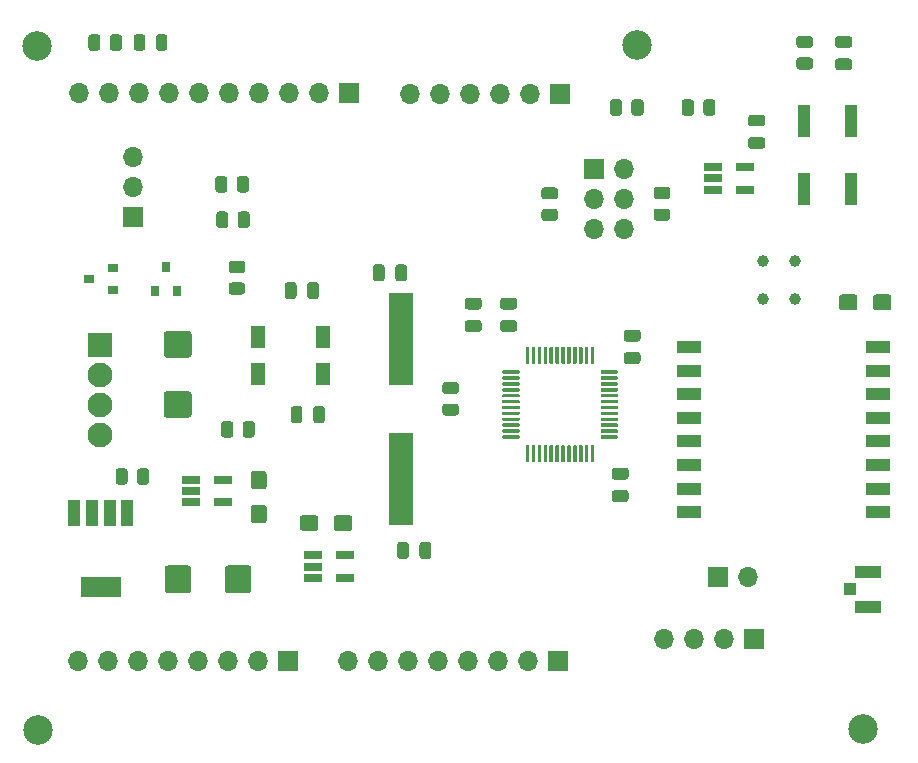
<source format=gbr>
%TF.GenerationSoftware,KiCad,Pcbnew,5.1.12-84ad8e8a86~92~ubuntu20.04.1*%
%TF.CreationDate,2022-08-01T12:29:38-07:00*%
%TF.ProjectId,LoRaXcvr_R2,4c6f5261-5863-4767-925f-52322e6b6963,rev?*%
%TF.SameCoordinates,Original*%
%TF.FileFunction,Soldermask,Top*%
%TF.FilePolarity,Negative*%
%FSLAX46Y46*%
G04 Gerber Fmt 4.6, Leading zero omitted, Abs format (unit mm)*
G04 Created by KiCad (PCBNEW 5.1.12-84ad8e8a86~92~ubuntu20.04.1) date 2022-08-01 12:29:38*
%MOMM*%
%LPD*%
G01*
G04 APERTURE LIST*
%ADD10R,1.700000X1.700000*%
%ADD11O,1.700000X1.700000*%
%ADD12R,1.000000X1.000000*%
%ADD13R,2.200000X1.000000*%
%ADD14R,2.100000X2.100000*%
%ADD15C,2.100000*%
%ADD16R,2.000000X7.875000*%
%ADD17R,1.000000X2.200000*%
%ADD18R,3.400000X1.800000*%
%ADD19R,1.000000X2.800000*%
%ADD20R,2.000000X1.000000*%
%ADD21C,2.500000*%
%ADD22R,1.560000X0.650000*%
%ADD23R,1.300000X1.900000*%
%ADD24R,0.900000X0.800000*%
%ADD25R,0.800000X0.900000*%
%ADD26C,1.000000*%
G04 APERTURE END LIST*
%TO.C,U4*%
G36*
G01*
X143563000Y-68572000D02*
X143563000Y-68422000D01*
G75*
G02*
X143638000Y-68347000I75000J0D01*
G01*
X144963000Y-68347000D01*
G75*
G02*
X145038000Y-68422000I0J-75000D01*
G01*
X145038000Y-68572000D01*
G75*
G02*
X144963000Y-68647000I-75000J0D01*
G01*
X143638000Y-68647000D01*
G75*
G02*
X143563000Y-68572000I0J75000D01*
G01*
G37*
G36*
G01*
X143563000Y-69072000D02*
X143563000Y-68922000D01*
G75*
G02*
X143638000Y-68847000I75000J0D01*
G01*
X144963000Y-68847000D01*
G75*
G02*
X145038000Y-68922000I0J-75000D01*
G01*
X145038000Y-69072000D01*
G75*
G02*
X144963000Y-69147000I-75000J0D01*
G01*
X143638000Y-69147000D01*
G75*
G02*
X143563000Y-69072000I0J75000D01*
G01*
G37*
G36*
G01*
X143563000Y-69572000D02*
X143563000Y-69422000D01*
G75*
G02*
X143638000Y-69347000I75000J0D01*
G01*
X144963000Y-69347000D01*
G75*
G02*
X145038000Y-69422000I0J-75000D01*
G01*
X145038000Y-69572000D01*
G75*
G02*
X144963000Y-69647000I-75000J0D01*
G01*
X143638000Y-69647000D01*
G75*
G02*
X143563000Y-69572000I0J75000D01*
G01*
G37*
G36*
G01*
X143563000Y-70072000D02*
X143563000Y-69922000D01*
G75*
G02*
X143638000Y-69847000I75000J0D01*
G01*
X144963000Y-69847000D01*
G75*
G02*
X145038000Y-69922000I0J-75000D01*
G01*
X145038000Y-70072000D01*
G75*
G02*
X144963000Y-70147000I-75000J0D01*
G01*
X143638000Y-70147000D01*
G75*
G02*
X143563000Y-70072000I0J75000D01*
G01*
G37*
G36*
G01*
X143563000Y-70572000D02*
X143563000Y-70422000D01*
G75*
G02*
X143638000Y-70347000I75000J0D01*
G01*
X144963000Y-70347000D01*
G75*
G02*
X145038000Y-70422000I0J-75000D01*
G01*
X145038000Y-70572000D01*
G75*
G02*
X144963000Y-70647000I-75000J0D01*
G01*
X143638000Y-70647000D01*
G75*
G02*
X143563000Y-70572000I0J75000D01*
G01*
G37*
G36*
G01*
X143563000Y-71072000D02*
X143563000Y-70922000D01*
G75*
G02*
X143638000Y-70847000I75000J0D01*
G01*
X144963000Y-70847000D01*
G75*
G02*
X145038000Y-70922000I0J-75000D01*
G01*
X145038000Y-71072000D01*
G75*
G02*
X144963000Y-71147000I-75000J0D01*
G01*
X143638000Y-71147000D01*
G75*
G02*
X143563000Y-71072000I0J75000D01*
G01*
G37*
G36*
G01*
X143563000Y-71572000D02*
X143563000Y-71422000D01*
G75*
G02*
X143638000Y-71347000I75000J0D01*
G01*
X144963000Y-71347000D01*
G75*
G02*
X145038000Y-71422000I0J-75000D01*
G01*
X145038000Y-71572000D01*
G75*
G02*
X144963000Y-71647000I-75000J0D01*
G01*
X143638000Y-71647000D01*
G75*
G02*
X143563000Y-71572000I0J75000D01*
G01*
G37*
G36*
G01*
X143563000Y-72072000D02*
X143563000Y-71922000D01*
G75*
G02*
X143638000Y-71847000I75000J0D01*
G01*
X144963000Y-71847000D01*
G75*
G02*
X145038000Y-71922000I0J-75000D01*
G01*
X145038000Y-72072000D01*
G75*
G02*
X144963000Y-72147000I-75000J0D01*
G01*
X143638000Y-72147000D01*
G75*
G02*
X143563000Y-72072000I0J75000D01*
G01*
G37*
G36*
G01*
X143563000Y-72572000D02*
X143563000Y-72422000D01*
G75*
G02*
X143638000Y-72347000I75000J0D01*
G01*
X144963000Y-72347000D01*
G75*
G02*
X145038000Y-72422000I0J-75000D01*
G01*
X145038000Y-72572000D01*
G75*
G02*
X144963000Y-72647000I-75000J0D01*
G01*
X143638000Y-72647000D01*
G75*
G02*
X143563000Y-72572000I0J75000D01*
G01*
G37*
G36*
G01*
X143563000Y-73072000D02*
X143563000Y-72922000D01*
G75*
G02*
X143638000Y-72847000I75000J0D01*
G01*
X144963000Y-72847000D01*
G75*
G02*
X145038000Y-72922000I0J-75000D01*
G01*
X145038000Y-73072000D01*
G75*
G02*
X144963000Y-73147000I-75000J0D01*
G01*
X143638000Y-73147000D01*
G75*
G02*
X143563000Y-73072000I0J75000D01*
G01*
G37*
G36*
G01*
X143563000Y-73572000D02*
X143563000Y-73422000D01*
G75*
G02*
X143638000Y-73347000I75000J0D01*
G01*
X144963000Y-73347000D01*
G75*
G02*
X145038000Y-73422000I0J-75000D01*
G01*
X145038000Y-73572000D01*
G75*
G02*
X144963000Y-73647000I-75000J0D01*
G01*
X143638000Y-73647000D01*
G75*
G02*
X143563000Y-73572000I0J75000D01*
G01*
G37*
G36*
G01*
X143563000Y-74072000D02*
X143563000Y-73922000D01*
G75*
G02*
X143638000Y-73847000I75000J0D01*
G01*
X144963000Y-73847000D01*
G75*
G02*
X145038000Y-73922000I0J-75000D01*
G01*
X145038000Y-74072000D01*
G75*
G02*
X144963000Y-74147000I-75000J0D01*
G01*
X143638000Y-74147000D01*
G75*
G02*
X143563000Y-74072000I0J75000D01*
G01*
G37*
G36*
G01*
X145563000Y-76072000D02*
X145563000Y-74747000D01*
G75*
G02*
X145638000Y-74672000I75000J0D01*
G01*
X145788000Y-74672000D01*
G75*
G02*
X145863000Y-74747000I0J-75000D01*
G01*
X145863000Y-76072000D01*
G75*
G02*
X145788000Y-76147000I-75000J0D01*
G01*
X145638000Y-76147000D01*
G75*
G02*
X145563000Y-76072000I0J75000D01*
G01*
G37*
G36*
G01*
X146063000Y-76072000D02*
X146063000Y-74747000D01*
G75*
G02*
X146138000Y-74672000I75000J0D01*
G01*
X146288000Y-74672000D01*
G75*
G02*
X146363000Y-74747000I0J-75000D01*
G01*
X146363000Y-76072000D01*
G75*
G02*
X146288000Y-76147000I-75000J0D01*
G01*
X146138000Y-76147000D01*
G75*
G02*
X146063000Y-76072000I0J75000D01*
G01*
G37*
G36*
G01*
X146563000Y-76072000D02*
X146563000Y-74747000D01*
G75*
G02*
X146638000Y-74672000I75000J0D01*
G01*
X146788000Y-74672000D01*
G75*
G02*
X146863000Y-74747000I0J-75000D01*
G01*
X146863000Y-76072000D01*
G75*
G02*
X146788000Y-76147000I-75000J0D01*
G01*
X146638000Y-76147000D01*
G75*
G02*
X146563000Y-76072000I0J75000D01*
G01*
G37*
G36*
G01*
X147063000Y-76072000D02*
X147063000Y-74747000D01*
G75*
G02*
X147138000Y-74672000I75000J0D01*
G01*
X147288000Y-74672000D01*
G75*
G02*
X147363000Y-74747000I0J-75000D01*
G01*
X147363000Y-76072000D01*
G75*
G02*
X147288000Y-76147000I-75000J0D01*
G01*
X147138000Y-76147000D01*
G75*
G02*
X147063000Y-76072000I0J75000D01*
G01*
G37*
G36*
G01*
X147563000Y-76072000D02*
X147563000Y-74747000D01*
G75*
G02*
X147638000Y-74672000I75000J0D01*
G01*
X147788000Y-74672000D01*
G75*
G02*
X147863000Y-74747000I0J-75000D01*
G01*
X147863000Y-76072000D01*
G75*
G02*
X147788000Y-76147000I-75000J0D01*
G01*
X147638000Y-76147000D01*
G75*
G02*
X147563000Y-76072000I0J75000D01*
G01*
G37*
G36*
G01*
X148063000Y-76072000D02*
X148063000Y-74747000D01*
G75*
G02*
X148138000Y-74672000I75000J0D01*
G01*
X148288000Y-74672000D01*
G75*
G02*
X148363000Y-74747000I0J-75000D01*
G01*
X148363000Y-76072000D01*
G75*
G02*
X148288000Y-76147000I-75000J0D01*
G01*
X148138000Y-76147000D01*
G75*
G02*
X148063000Y-76072000I0J75000D01*
G01*
G37*
G36*
G01*
X148563000Y-76072000D02*
X148563000Y-74747000D01*
G75*
G02*
X148638000Y-74672000I75000J0D01*
G01*
X148788000Y-74672000D01*
G75*
G02*
X148863000Y-74747000I0J-75000D01*
G01*
X148863000Y-76072000D01*
G75*
G02*
X148788000Y-76147000I-75000J0D01*
G01*
X148638000Y-76147000D01*
G75*
G02*
X148563000Y-76072000I0J75000D01*
G01*
G37*
G36*
G01*
X149063000Y-76072000D02*
X149063000Y-74747000D01*
G75*
G02*
X149138000Y-74672000I75000J0D01*
G01*
X149288000Y-74672000D01*
G75*
G02*
X149363000Y-74747000I0J-75000D01*
G01*
X149363000Y-76072000D01*
G75*
G02*
X149288000Y-76147000I-75000J0D01*
G01*
X149138000Y-76147000D01*
G75*
G02*
X149063000Y-76072000I0J75000D01*
G01*
G37*
G36*
G01*
X149563000Y-76072000D02*
X149563000Y-74747000D01*
G75*
G02*
X149638000Y-74672000I75000J0D01*
G01*
X149788000Y-74672000D01*
G75*
G02*
X149863000Y-74747000I0J-75000D01*
G01*
X149863000Y-76072000D01*
G75*
G02*
X149788000Y-76147000I-75000J0D01*
G01*
X149638000Y-76147000D01*
G75*
G02*
X149563000Y-76072000I0J75000D01*
G01*
G37*
G36*
G01*
X150063000Y-76072000D02*
X150063000Y-74747000D01*
G75*
G02*
X150138000Y-74672000I75000J0D01*
G01*
X150288000Y-74672000D01*
G75*
G02*
X150363000Y-74747000I0J-75000D01*
G01*
X150363000Y-76072000D01*
G75*
G02*
X150288000Y-76147000I-75000J0D01*
G01*
X150138000Y-76147000D01*
G75*
G02*
X150063000Y-76072000I0J75000D01*
G01*
G37*
G36*
G01*
X150563000Y-76072000D02*
X150563000Y-74747000D01*
G75*
G02*
X150638000Y-74672000I75000J0D01*
G01*
X150788000Y-74672000D01*
G75*
G02*
X150863000Y-74747000I0J-75000D01*
G01*
X150863000Y-76072000D01*
G75*
G02*
X150788000Y-76147000I-75000J0D01*
G01*
X150638000Y-76147000D01*
G75*
G02*
X150563000Y-76072000I0J75000D01*
G01*
G37*
G36*
G01*
X151063000Y-76072000D02*
X151063000Y-74747000D01*
G75*
G02*
X151138000Y-74672000I75000J0D01*
G01*
X151288000Y-74672000D01*
G75*
G02*
X151363000Y-74747000I0J-75000D01*
G01*
X151363000Y-76072000D01*
G75*
G02*
X151288000Y-76147000I-75000J0D01*
G01*
X151138000Y-76147000D01*
G75*
G02*
X151063000Y-76072000I0J75000D01*
G01*
G37*
G36*
G01*
X151888000Y-74072000D02*
X151888000Y-73922000D01*
G75*
G02*
X151963000Y-73847000I75000J0D01*
G01*
X153288000Y-73847000D01*
G75*
G02*
X153363000Y-73922000I0J-75000D01*
G01*
X153363000Y-74072000D01*
G75*
G02*
X153288000Y-74147000I-75000J0D01*
G01*
X151963000Y-74147000D01*
G75*
G02*
X151888000Y-74072000I0J75000D01*
G01*
G37*
G36*
G01*
X151888000Y-73572000D02*
X151888000Y-73422000D01*
G75*
G02*
X151963000Y-73347000I75000J0D01*
G01*
X153288000Y-73347000D01*
G75*
G02*
X153363000Y-73422000I0J-75000D01*
G01*
X153363000Y-73572000D01*
G75*
G02*
X153288000Y-73647000I-75000J0D01*
G01*
X151963000Y-73647000D01*
G75*
G02*
X151888000Y-73572000I0J75000D01*
G01*
G37*
G36*
G01*
X151888000Y-73072000D02*
X151888000Y-72922000D01*
G75*
G02*
X151963000Y-72847000I75000J0D01*
G01*
X153288000Y-72847000D01*
G75*
G02*
X153363000Y-72922000I0J-75000D01*
G01*
X153363000Y-73072000D01*
G75*
G02*
X153288000Y-73147000I-75000J0D01*
G01*
X151963000Y-73147000D01*
G75*
G02*
X151888000Y-73072000I0J75000D01*
G01*
G37*
G36*
G01*
X151888000Y-72572000D02*
X151888000Y-72422000D01*
G75*
G02*
X151963000Y-72347000I75000J0D01*
G01*
X153288000Y-72347000D01*
G75*
G02*
X153363000Y-72422000I0J-75000D01*
G01*
X153363000Y-72572000D01*
G75*
G02*
X153288000Y-72647000I-75000J0D01*
G01*
X151963000Y-72647000D01*
G75*
G02*
X151888000Y-72572000I0J75000D01*
G01*
G37*
G36*
G01*
X151888000Y-72072000D02*
X151888000Y-71922000D01*
G75*
G02*
X151963000Y-71847000I75000J0D01*
G01*
X153288000Y-71847000D01*
G75*
G02*
X153363000Y-71922000I0J-75000D01*
G01*
X153363000Y-72072000D01*
G75*
G02*
X153288000Y-72147000I-75000J0D01*
G01*
X151963000Y-72147000D01*
G75*
G02*
X151888000Y-72072000I0J75000D01*
G01*
G37*
G36*
G01*
X151888000Y-71572000D02*
X151888000Y-71422000D01*
G75*
G02*
X151963000Y-71347000I75000J0D01*
G01*
X153288000Y-71347000D01*
G75*
G02*
X153363000Y-71422000I0J-75000D01*
G01*
X153363000Y-71572000D01*
G75*
G02*
X153288000Y-71647000I-75000J0D01*
G01*
X151963000Y-71647000D01*
G75*
G02*
X151888000Y-71572000I0J75000D01*
G01*
G37*
G36*
G01*
X151888000Y-71072000D02*
X151888000Y-70922000D01*
G75*
G02*
X151963000Y-70847000I75000J0D01*
G01*
X153288000Y-70847000D01*
G75*
G02*
X153363000Y-70922000I0J-75000D01*
G01*
X153363000Y-71072000D01*
G75*
G02*
X153288000Y-71147000I-75000J0D01*
G01*
X151963000Y-71147000D01*
G75*
G02*
X151888000Y-71072000I0J75000D01*
G01*
G37*
G36*
G01*
X151888000Y-70572000D02*
X151888000Y-70422000D01*
G75*
G02*
X151963000Y-70347000I75000J0D01*
G01*
X153288000Y-70347000D01*
G75*
G02*
X153363000Y-70422000I0J-75000D01*
G01*
X153363000Y-70572000D01*
G75*
G02*
X153288000Y-70647000I-75000J0D01*
G01*
X151963000Y-70647000D01*
G75*
G02*
X151888000Y-70572000I0J75000D01*
G01*
G37*
G36*
G01*
X151888000Y-70072000D02*
X151888000Y-69922000D01*
G75*
G02*
X151963000Y-69847000I75000J0D01*
G01*
X153288000Y-69847000D01*
G75*
G02*
X153363000Y-69922000I0J-75000D01*
G01*
X153363000Y-70072000D01*
G75*
G02*
X153288000Y-70147000I-75000J0D01*
G01*
X151963000Y-70147000D01*
G75*
G02*
X151888000Y-70072000I0J75000D01*
G01*
G37*
G36*
G01*
X151888000Y-69572000D02*
X151888000Y-69422000D01*
G75*
G02*
X151963000Y-69347000I75000J0D01*
G01*
X153288000Y-69347000D01*
G75*
G02*
X153363000Y-69422000I0J-75000D01*
G01*
X153363000Y-69572000D01*
G75*
G02*
X153288000Y-69647000I-75000J0D01*
G01*
X151963000Y-69647000D01*
G75*
G02*
X151888000Y-69572000I0J75000D01*
G01*
G37*
G36*
G01*
X151888000Y-69072000D02*
X151888000Y-68922000D01*
G75*
G02*
X151963000Y-68847000I75000J0D01*
G01*
X153288000Y-68847000D01*
G75*
G02*
X153363000Y-68922000I0J-75000D01*
G01*
X153363000Y-69072000D01*
G75*
G02*
X153288000Y-69147000I-75000J0D01*
G01*
X151963000Y-69147000D01*
G75*
G02*
X151888000Y-69072000I0J75000D01*
G01*
G37*
G36*
G01*
X151888000Y-68572000D02*
X151888000Y-68422000D01*
G75*
G02*
X151963000Y-68347000I75000J0D01*
G01*
X153288000Y-68347000D01*
G75*
G02*
X153363000Y-68422000I0J-75000D01*
G01*
X153363000Y-68572000D01*
G75*
G02*
X153288000Y-68647000I-75000J0D01*
G01*
X151963000Y-68647000D01*
G75*
G02*
X151888000Y-68572000I0J75000D01*
G01*
G37*
G36*
G01*
X151063000Y-67747000D02*
X151063000Y-66422000D01*
G75*
G02*
X151138000Y-66347000I75000J0D01*
G01*
X151288000Y-66347000D01*
G75*
G02*
X151363000Y-66422000I0J-75000D01*
G01*
X151363000Y-67747000D01*
G75*
G02*
X151288000Y-67822000I-75000J0D01*
G01*
X151138000Y-67822000D01*
G75*
G02*
X151063000Y-67747000I0J75000D01*
G01*
G37*
G36*
G01*
X150563000Y-67747000D02*
X150563000Y-66422000D01*
G75*
G02*
X150638000Y-66347000I75000J0D01*
G01*
X150788000Y-66347000D01*
G75*
G02*
X150863000Y-66422000I0J-75000D01*
G01*
X150863000Y-67747000D01*
G75*
G02*
X150788000Y-67822000I-75000J0D01*
G01*
X150638000Y-67822000D01*
G75*
G02*
X150563000Y-67747000I0J75000D01*
G01*
G37*
G36*
G01*
X150063000Y-67747000D02*
X150063000Y-66422000D01*
G75*
G02*
X150138000Y-66347000I75000J0D01*
G01*
X150288000Y-66347000D01*
G75*
G02*
X150363000Y-66422000I0J-75000D01*
G01*
X150363000Y-67747000D01*
G75*
G02*
X150288000Y-67822000I-75000J0D01*
G01*
X150138000Y-67822000D01*
G75*
G02*
X150063000Y-67747000I0J75000D01*
G01*
G37*
G36*
G01*
X149563000Y-67747000D02*
X149563000Y-66422000D01*
G75*
G02*
X149638000Y-66347000I75000J0D01*
G01*
X149788000Y-66347000D01*
G75*
G02*
X149863000Y-66422000I0J-75000D01*
G01*
X149863000Y-67747000D01*
G75*
G02*
X149788000Y-67822000I-75000J0D01*
G01*
X149638000Y-67822000D01*
G75*
G02*
X149563000Y-67747000I0J75000D01*
G01*
G37*
G36*
G01*
X149063000Y-67747000D02*
X149063000Y-66422000D01*
G75*
G02*
X149138000Y-66347000I75000J0D01*
G01*
X149288000Y-66347000D01*
G75*
G02*
X149363000Y-66422000I0J-75000D01*
G01*
X149363000Y-67747000D01*
G75*
G02*
X149288000Y-67822000I-75000J0D01*
G01*
X149138000Y-67822000D01*
G75*
G02*
X149063000Y-67747000I0J75000D01*
G01*
G37*
G36*
G01*
X148563000Y-67747000D02*
X148563000Y-66422000D01*
G75*
G02*
X148638000Y-66347000I75000J0D01*
G01*
X148788000Y-66347000D01*
G75*
G02*
X148863000Y-66422000I0J-75000D01*
G01*
X148863000Y-67747000D01*
G75*
G02*
X148788000Y-67822000I-75000J0D01*
G01*
X148638000Y-67822000D01*
G75*
G02*
X148563000Y-67747000I0J75000D01*
G01*
G37*
G36*
G01*
X148063000Y-67747000D02*
X148063000Y-66422000D01*
G75*
G02*
X148138000Y-66347000I75000J0D01*
G01*
X148288000Y-66347000D01*
G75*
G02*
X148363000Y-66422000I0J-75000D01*
G01*
X148363000Y-67747000D01*
G75*
G02*
X148288000Y-67822000I-75000J0D01*
G01*
X148138000Y-67822000D01*
G75*
G02*
X148063000Y-67747000I0J75000D01*
G01*
G37*
G36*
G01*
X147563000Y-67747000D02*
X147563000Y-66422000D01*
G75*
G02*
X147638000Y-66347000I75000J0D01*
G01*
X147788000Y-66347000D01*
G75*
G02*
X147863000Y-66422000I0J-75000D01*
G01*
X147863000Y-67747000D01*
G75*
G02*
X147788000Y-67822000I-75000J0D01*
G01*
X147638000Y-67822000D01*
G75*
G02*
X147563000Y-67747000I0J75000D01*
G01*
G37*
G36*
G01*
X147063000Y-67747000D02*
X147063000Y-66422000D01*
G75*
G02*
X147138000Y-66347000I75000J0D01*
G01*
X147288000Y-66347000D01*
G75*
G02*
X147363000Y-66422000I0J-75000D01*
G01*
X147363000Y-67747000D01*
G75*
G02*
X147288000Y-67822000I-75000J0D01*
G01*
X147138000Y-67822000D01*
G75*
G02*
X147063000Y-67747000I0J75000D01*
G01*
G37*
G36*
G01*
X146563000Y-67747000D02*
X146563000Y-66422000D01*
G75*
G02*
X146638000Y-66347000I75000J0D01*
G01*
X146788000Y-66347000D01*
G75*
G02*
X146863000Y-66422000I0J-75000D01*
G01*
X146863000Y-67747000D01*
G75*
G02*
X146788000Y-67822000I-75000J0D01*
G01*
X146638000Y-67822000D01*
G75*
G02*
X146563000Y-67747000I0J75000D01*
G01*
G37*
G36*
G01*
X146063000Y-67747000D02*
X146063000Y-66422000D01*
G75*
G02*
X146138000Y-66347000I75000J0D01*
G01*
X146288000Y-66347000D01*
G75*
G02*
X146363000Y-66422000I0J-75000D01*
G01*
X146363000Y-67747000D01*
G75*
G02*
X146288000Y-67822000I-75000J0D01*
G01*
X146138000Y-67822000D01*
G75*
G02*
X146063000Y-67747000I0J75000D01*
G01*
G37*
G36*
G01*
X145563000Y-67747000D02*
X145563000Y-66422000D01*
G75*
G02*
X145638000Y-66347000I75000J0D01*
G01*
X145788000Y-66347000D01*
G75*
G02*
X145863000Y-66422000I0J-75000D01*
G01*
X145863000Y-67747000D01*
G75*
G02*
X145788000Y-67822000I-75000J0D01*
G01*
X145638000Y-67822000D01*
G75*
G02*
X145563000Y-67747000I0J75000D01*
G01*
G37*
%TD*%
D10*
%TO.C,J8*%
X148437600Y-44958000D03*
D11*
X145897600Y-44958000D03*
X143357600Y-44958000D03*
X140817600Y-44958000D03*
X138277600Y-44958000D03*
X135737600Y-44958000D03*
%TD*%
D10*
%TO.C,J10*%
X125432820Y-92933520D03*
D11*
X122892820Y-92933520D03*
X120352820Y-92933520D03*
X117812820Y-92933520D03*
X115272820Y-92933520D03*
X112732820Y-92933520D03*
X110192820Y-92933520D03*
X107652820Y-92933520D03*
%TD*%
D12*
%TO.C,AE1*%
X172998000Y-86892000D03*
D13*
X174498000Y-85392000D03*
X174498000Y-88392000D03*
%TD*%
%TO.C,C1*%
G36*
G01*
X115152999Y-65022000D02*
X117003001Y-65022000D01*
G75*
G02*
X117253000Y-65271999I0J-249999D01*
G01*
X117253000Y-67022001D01*
G75*
G02*
X117003001Y-67272000I-249999J0D01*
G01*
X115152999Y-67272000D01*
G75*
G02*
X114903000Y-67022001I0J249999D01*
G01*
X114903000Y-65271999D01*
G75*
G02*
X115152999Y-65022000I249999J0D01*
G01*
G37*
G36*
G01*
X115152999Y-70122000D02*
X117003001Y-70122000D01*
G75*
G02*
X117253000Y-70371999I0J-249999D01*
G01*
X117253000Y-72122001D01*
G75*
G02*
X117003001Y-72372000I-249999J0D01*
G01*
X115152999Y-72372000D01*
G75*
G02*
X114903000Y-72122001I0J249999D01*
G01*
X114903000Y-70371999D01*
G75*
G02*
X115152999Y-70122000I249999J0D01*
G01*
G37*
%TD*%
%TO.C,C6*%
G36*
G01*
X120078400Y-86972581D02*
X120078400Y-85122579D01*
G75*
G02*
X120328399Y-84872580I249999J0D01*
G01*
X122078401Y-84872580D01*
G75*
G02*
X122328400Y-85122579I0J-249999D01*
G01*
X122328400Y-86972581D01*
G75*
G02*
X122078401Y-87222580I-249999J0D01*
G01*
X120328399Y-87222580D01*
G75*
G02*
X120078400Y-86972581I0J249999D01*
G01*
G37*
G36*
G01*
X114978400Y-86972581D02*
X114978400Y-85122579D01*
G75*
G02*
X115228399Y-84872580I249999J0D01*
G01*
X116978401Y-84872580D01*
G75*
G02*
X117228400Y-85122579I0J-249999D01*
G01*
X117228400Y-86972581D01*
G75*
G02*
X116978401Y-87222580I-249999J0D01*
G01*
X115228399Y-87222580D01*
G75*
G02*
X114978400Y-86972581I0J249999D01*
G01*
G37*
%TD*%
%TO.C,C9*%
G36*
G01*
X130876000Y-80854999D02*
X130876000Y-81705001D01*
G75*
G02*
X130626001Y-81955000I-249999J0D01*
G01*
X129550999Y-81955000D01*
G75*
G02*
X129301000Y-81705001I0J249999D01*
G01*
X129301000Y-80854999D01*
G75*
G02*
X129550999Y-80605000I249999J0D01*
G01*
X130626001Y-80605000D01*
G75*
G02*
X130876000Y-80854999I0J-249999D01*
G01*
G37*
G36*
G01*
X128001000Y-80854999D02*
X128001000Y-81705001D01*
G75*
G02*
X127751001Y-81955000I-249999J0D01*
G01*
X126675999Y-81955000D01*
G75*
G02*
X126426000Y-81705001I0J249999D01*
G01*
X126426000Y-80854999D01*
G75*
G02*
X126675999Y-80605000I249999J0D01*
G01*
X127751001Y-80605000D01*
G75*
G02*
X128001000Y-80854999I0J-249999D01*
G01*
G37*
%TD*%
D14*
%TO.C,J1*%
X109474000Y-66167000D03*
D15*
X109474000Y-68707000D03*
X109474000Y-71247000D03*
X109474000Y-73787000D03*
%TD*%
D10*
%TO.C,J2*%
X151356060Y-51305460D03*
D11*
X153896060Y-51305460D03*
X151356060Y-53845460D03*
X153896060Y-53845460D03*
X151356060Y-56385460D03*
X153896060Y-56385460D03*
%TD*%
D10*
%TO.C,J4*%
X161825940Y-85877400D03*
D11*
X164365940Y-85877400D03*
%TD*%
D16*
%TO.C,Y1*%
X135001000Y-65690500D03*
X135001000Y-77565500D03*
%TD*%
%TO.C,C8*%
G36*
G01*
X122510999Y-76855500D02*
X123361001Y-76855500D01*
G75*
G02*
X123611000Y-77105499I0J-249999D01*
G01*
X123611000Y-78180501D01*
G75*
G02*
X123361001Y-78430500I-249999J0D01*
G01*
X122510999Y-78430500D01*
G75*
G02*
X122261000Y-78180501I0J249999D01*
G01*
X122261000Y-77105499D01*
G75*
G02*
X122510999Y-76855500I249999J0D01*
G01*
G37*
G36*
G01*
X122510999Y-79730500D02*
X123361001Y-79730500D01*
G75*
G02*
X123611000Y-79980499I0J-249999D01*
G01*
X123611000Y-81055501D01*
G75*
G02*
X123361001Y-81305500I-249999J0D01*
G01*
X122510999Y-81305500D01*
G75*
G02*
X122261000Y-81055501I0J249999D01*
G01*
X122261000Y-79980499D01*
G75*
G02*
X122510999Y-79730500I249999J0D01*
G01*
G37*
%TD*%
D17*
%TO.C,U1*%
X107310360Y-80409320D03*
X110310360Y-80409320D03*
D18*
X109560360Y-86709320D03*
D17*
X108810360Y-80409320D03*
X111810360Y-80409320D03*
%TD*%
D10*
%TO.C,J6*%
X148292820Y-92964000D03*
D11*
X145752820Y-92964000D03*
X143212820Y-92964000D03*
X140672820Y-92964000D03*
X138132820Y-92964000D03*
X135592820Y-92964000D03*
X133052820Y-92964000D03*
X130512820Y-92964000D03*
%TD*%
D10*
%TO.C,J7*%
X130566160Y-44886880D03*
D11*
X128026160Y-44886880D03*
X125486160Y-44886880D03*
X122946160Y-44886880D03*
X120406160Y-44886880D03*
X117866160Y-44886880D03*
X115326160Y-44886880D03*
X112786160Y-44886880D03*
X110246160Y-44886880D03*
X107706160Y-44886880D03*
%TD*%
D19*
%TO.C,SW1*%
X173100000Y-47200000D03*
X173100000Y-53000000D03*
X169100000Y-47200000D03*
X169100000Y-53000000D03*
%TD*%
%TO.C,R9*%
G36*
G01*
X111362500Y-40149998D02*
X111362500Y-41050002D01*
G75*
G02*
X111112502Y-41300000I-249998J0D01*
G01*
X110587498Y-41300000D01*
G75*
G02*
X110337500Y-41050002I0J249998D01*
G01*
X110337500Y-40149998D01*
G75*
G02*
X110587498Y-39900000I249998J0D01*
G01*
X111112502Y-39900000D01*
G75*
G02*
X111362500Y-40149998I0J-249998D01*
G01*
G37*
G36*
G01*
X109537500Y-40149998D02*
X109537500Y-41050002D01*
G75*
G02*
X109287502Y-41300000I-249998J0D01*
G01*
X108762498Y-41300000D01*
G75*
G02*
X108512500Y-41050002I0J249998D01*
G01*
X108512500Y-40149998D01*
G75*
G02*
X108762498Y-39900000I249998J0D01*
G01*
X109287502Y-39900000D01*
G75*
G02*
X109537500Y-40149998I0J-249998D01*
G01*
G37*
%TD*%
%TO.C,R1*%
G36*
G01*
X148029082Y-55703700D02*
X147129078Y-55703700D01*
G75*
G02*
X146879080Y-55453702I0J249998D01*
G01*
X146879080Y-54928698D01*
G75*
G02*
X147129078Y-54678700I249998J0D01*
G01*
X148029082Y-54678700D01*
G75*
G02*
X148279080Y-54928698I0J-249998D01*
G01*
X148279080Y-55453702D01*
G75*
G02*
X148029082Y-55703700I-249998J0D01*
G01*
G37*
G36*
G01*
X148029082Y-53878700D02*
X147129078Y-53878700D01*
G75*
G02*
X146879080Y-53628702I0J249998D01*
G01*
X146879080Y-53103698D01*
G75*
G02*
X147129078Y-52853700I249998J0D01*
G01*
X148029082Y-52853700D01*
G75*
G02*
X148279080Y-53103698I0J-249998D01*
G01*
X148279080Y-53628702D01*
G75*
G02*
X148029082Y-53878700I-249998J0D01*
G01*
G37*
%TD*%
%TO.C,R5*%
G36*
G01*
X156633758Y-52824320D02*
X157533762Y-52824320D01*
G75*
G02*
X157783760Y-53074318I0J-249998D01*
G01*
X157783760Y-53599322D01*
G75*
G02*
X157533762Y-53849320I-249998J0D01*
G01*
X156633758Y-53849320D01*
G75*
G02*
X156383760Y-53599322I0J249998D01*
G01*
X156383760Y-53074318D01*
G75*
G02*
X156633758Y-52824320I249998J0D01*
G01*
G37*
G36*
G01*
X156633758Y-54649320D02*
X157533762Y-54649320D01*
G75*
G02*
X157783760Y-54899318I0J-249998D01*
G01*
X157783760Y-55424322D01*
G75*
G02*
X157533762Y-55674320I-249998J0D01*
G01*
X156633758Y-55674320D01*
G75*
G02*
X156383760Y-55424322I0J249998D01*
G01*
X156383760Y-54899318D01*
G75*
G02*
X156633758Y-54649320I249998J0D01*
G01*
G37*
%TD*%
%TO.C,R7*%
G36*
G01*
X169613002Y-41058500D02*
X168712998Y-41058500D01*
G75*
G02*
X168463000Y-40808502I0J249998D01*
G01*
X168463000Y-40283498D01*
G75*
G02*
X168712998Y-40033500I249998J0D01*
G01*
X169613002Y-40033500D01*
G75*
G02*
X169863000Y-40283498I0J-249998D01*
G01*
X169863000Y-40808502D01*
G75*
G02*
X169613002Y-41058500I-249998J0D01*
G01*
G37*
G36*
G01*
X169613002Y-42883500D02*
X168712998Y-42883500D01*
G75*
G02*
X168463000Y-42633502I0J249998D01*
G01*
X168463000Y-42108498D01*
G75*
G02*
X168712998Y-41858500I249998J0D01*
G01*
X169613002Y-41858500D01*
G75*
G02*
X169863000Y-42108498I0J-249998D01*
G01*
X169863000Y-42633502D01*
G75*
G02*
X169613002Y-42883500I-249998J0D01*
G01*
G37*
%TD*%
%TO.C,C2*%
G36*
G01*
X134500000Y-60575000D02*
X134500000Y-59625000D01*
G75*
G02*
X134750000Y-59375000I250000J0D01*
G01*
X135250000Y-59375000D01*
G75*
G02*
X135500000Y-59625000I0J-250000D01*
G01*
X135500000Y-60575000D01*
G75*
G02*
X135250000Y-60825000I-250000J0D01*
G01*
X134750000Y-60825000D01*
G75*
G02*
X134500000Y-60575000I0J250000D01*
G01*
G37*
G36*
G01*
X132600000Y-60575000D02*
X132600000Y-59625000D01*
G75*
G02*
X132850000Y-59375000I250000J0D01*
G01*
X133350000Y-59375000D01*
G75*
G02*
X133600000Y-59625000I0J-250000D01*
G01*
X133600000Y-60575000D01*
G75*
G02*
X133350000Y-60825000I-250000J0D01*
G01*
X132850000Y-60825000D01*
G75*
G02*
X132600000Y-60575000I0J250000D01*
G01*
G37*
%TD*%
%TO.C,C3*%
G36*
G01*
X137550000Y-83125000D02*
X137550000Y-84075000D01*
G75*
G02*
X137300000Y-84325000I-250000J0D01*
G01*
X136800000Y-84325000D01*
G75*
G02*
X136550000Y-84075000I0J250000D01*
G01*
X136550000Y-83125000D01*
G75*
G02*
X136800000Y-82875000I250000J0D01*
G01*
X137300000Y-82875000D01*
G75*
G02*
X137550000Y-83125000I0J-250000D01*
G01*
G37*
G36*
G01*
X135650000Y-83125000D02*
X135650000Y-84075000D01*
G75*
G02*
X135400000Y-84325000I-250000J0D01*
G01*
X134900000Y-84325000D01*
G75*
G02*
X134650000Y-84075000I0J250000D01*
G01*
X134650000Y-83125000D01*
G75*
G02*
X134900000Y-82875000I250000J0D01*
G01*
X135400000Y-82875000D01*
G75*
G02*
X135650000Y-83125000I0J-250000D01*
G01*
G37*
%TD*%
%TO.C,C4*%
G36*
G01*
X125150000Y-62075000D02*
X125150000Y-61125000D01*
G75*
G02*
X125400000Y-60875000I250000J0D01*
G01*
X125900000Y-60875000D01*
G75*
G02*
X126150000Y-61125000I0J-250000D01*
G01*
X126150000Y-62075000D01*
G75*
G02*
X125900000Y-62325000I-250000J0D01*
G01*
X125400000Y-62325000D01*
G75*
G02*
X125150000Y-62075000I0J250000D01*
G01*
G37*
G36*
G01*
X127050000Y-62075000D02*
X127050000Y-61125000D01*
G75*
G02*
X127300000Y-60875000I250000J0D01*
G01*
X127800000Y-60875000D01*
G75*
G02*
X128050000Y-61125000I0J-250000D01*
G01*
X128050000Y-62075000D01*
G75*
G02*
X127800000Y-62325000I-250000J0D01*
G01*
X127300000Y-62325000D01*
G75*
G02*
X127050000Y-62075000I0J250000D01*
G01*
G37*
%TD*%
%TO.C,C5*%
G36*
G01*
X127550000Y-72575000D02*
X127550000Y-71625000D01*
G75*
G02*
X127800000Y-71375000I250000J0D01*
G01*
X128300000Y-71375000D01*
G75*
G02*
X128550000Y-71625000I0J-250000D01*
G01*
X128550000Y-72575000D01*
G75*
G02*
X128300000Y-72825000I-250000J0D01*
G01*
X127800000Y-72825000D01*
G75*
G02*
X127550000Y-72575000I0J250000D01*
G01*
G37*
G36*
G01*
X125650000Y-72575000D02*
X125650000Y-71625000D01*
G75*
G02*
X125900000Y-71375000I250000J0D01*
G01*
X126400000Y-71375000D01*
G75*
G02*
X126650000Y-71625000I0J-250000D01*
G01*
X126650000Y-72575000D01*
G75*
G02*
X126400000Y-72825000I-250000J0D01*
G01*
X125900000Y-72825000D01*
G75*
G02*
X125650000Y-72575000I0J250000D01*
G01*
G37*
%TD*%
%TO.C,C7*%
G36*
G01*
X171990000Y-41946000D02*
X172940000Y-41946000D01*
G75*
G02*
X173190000Y-42196000I0J-250000D01*
G01*
X173190000Y-42696000D01*
G75*
G02*
X172940000Y-42946000I-250000J0D01*
G01*
X171990000Y-42946000D01*
G75*
G02*
X171740000Y-42696000I0J250000D01*
G01*
X171740000Y-42196000D01*
G75*
G02*
X171990000Y-41946000I250000J0D01*
G01*
G37*
G36*
G01*
X171990000Y-40046000D02*
X172940000Y-40046000D01*
G75*
G02*
X173190000Y-40296000I0J-250000D01*
G01*
X173190000Y-40796000D01*
G75*
G02*
X172940000Y-41046000I-250000J0D01*
G01*
X171990000Y-41046000D01*
G75*
G02*
X171740000Y-40796000I0J250000D01*
G01*
X171740000Y-40296000D01*
G75*
G02*
X171990000Y-40046000I250000J0D01*
G01*
G37*
%TD*%
%TO.C,C10*%
G36*
G01*
X155034000Y-65910000D02*
X154084000Y-65910000D01*
G75*
G02*
X153834000Y-65660000I0J250000D01*
G01*
X153834000Y-65160000D01*
G75*
G02*
X154084000Y-64910000I250000J0D01*
G01*
X155034000Y-64910000D01*
G75*
G02*
X155284000Y-65160000I0J-250000D01*
G01*
X155284000Y-65660000D01*
G75*
G02*
X155034000Y-65910000I-250000J0D01*
G01*
G37*
G36*
G01*
X155034000Y-67810000D02*
X154084000Y-67810000D01*
G75*
G02*
X153834000Y-67560000I0J250000D01*
G01*
X153834000Y-67060000D01*
G75*
G02*
X154084000Y-66810000I250000J0D01*
G01*
X155034000Y-66810000D01*
G75*
G02*
X155284000Y-67060000I0J-250000D01*
G01*
X155284000Y-67560000D01*
G75*
G02*
X155034000Y-67810000I-250000J0D01*
G01*
G37*
%TD*%
%TO.C,C11*%
G36*
G01*
X153068000Y-76594000D02*
X154018000Y-76594000D01*
G75*
G02*
X154268000Y-76844000I0J-250000D01*
G01*
X154268000Y-77344000D01*
G75*
G02*
X154018000Y-77594000I-250000J0D01*
G01*
X153068000Y-77594000D01*
G75*
G02*
X152818000Y-77344000I0J250000D01*
G01*
X152818000Y-76844000D01*
G75*
G02*
X153068000Y-76594000I250000J0D01*
G01*
G37*
G36*
G01*
X153068000Y-78494000D02*
X154018000Y-78494000D01*
G75*
G02*
X154268000Y-78744000I0J-250000D01*
G01*
X154268000Y-79244000D01*
G75*
G02*
X154018000Y-79494000I-250000J0D01*
G01*
X153068000Y-79494000D01*
G75*
G02*
X152818000Y-79244000I0J250000D01*
G01*
X152818000Y-78744000D01*
G75*
G02*
X153068000Y-78494000I250000J0D01*
G01*
G37*
%TD*%
%TO.C,C13*%
G36*
G01*
X141575000Y-65100000D02*
X140625000Y-65100000D01*
G75*
G02*
X140375000Y-64850000I0J250000D01*
G01*
X140375000Y-64350000D01*
G75*
G02*
X140625000Y-64100000I250000J0D01*
G01*
X141575000Y-64100000D01*
G75*
G02*
X141825000Y-64350000I0J-250000D01*
G01*
X141825000Y-64850000D01*
G75*
G02*
X141575000Y-65100000I-250000J0D01*
G01*
G37*
G36*
G01*
X141575000Y-63200000D02*
X140625000Y-63200000D01*
G75*
G02*
X140375000Y-62950000I0J250000D01*
G01*
X140375000Y-62450000D01*
G75*
G02*
X140625000Y-62200000I250000J0D01*
G01*
X141575000Y-62200000D01*
G75*
G02*
X141825000Y-62450000I0J-250000D01*
G01*
X141825000Y-62950000D01*
G75*
G02*
X141575000Y-63200000I-250000J0D01*
G01*
G37*
%TD*%
%TO.C,C12*%
G36*
G01*
X144575000Y-65100000D02*
X143625000Y-65100000D01*
G75*
G02*
X143375000Y-64850000I0J250000D01*
G01*
X143375000Y-64350000D01*
G75*
G02*
X143625000Y-64100000I250000J0D01*
G01*
X144575000Y-64100000D01*
G75*
G02*
X144825000Y-64350000I0J-250000D01*
G01*
X144825000Y-64850000D01*
G75*
G02*
X144575000Y-65100000I-250000J0D01*
G01*
G37*
G36*
G01*
X144575000Y-63200000D02*
X143625000Y-63200000D01*
G75*
G02*
X143375000Y-62950000I0J250000D01*
G01*
X143375000Y-62450000D01*
G75*
G02*
X143625000Y-62200000I250000J0D01*
G01*
X144575000Y-62200000D01*
G75*
G02*
X144825000Y-62450000I0J-250000D01*
G01*
X144825000Y-62950000D01*
G75*
G02*
X144575000Y-63200000I-250000J0D01*
G01*
G37*
%TD*%
%TO.C,D1*%
G36*
G01*
X115212500Y-40143750D02*
X115212500Y-41056250D01*
G75*
G02*
X114968750Y-41300000I-243750J0D01*
G01*
X114481250Y-41300000D01*
G75*
G02*
X114237500Y-41056250I0J243750D01*
G01*
X114237500Y-40143750D01*
G75*
G02*
X114481250Y-39900000I243750J0D01*
G01*
X114968750Y-39900000D01*
G75*
G02*
X115212500Y-40143750I0J-243750D01*
G01*
G37*
G36*
G01*
X113337500Y-40143750D02*
X113337500Y-41056250D01*
G75*
G02*
X113093750Y-41300000I-243750J0D01*
G01*
X112606250Y-41300000D01*
G75*
G02*
X112362500Y-41056250I0J243750D01*
G01*
X112362500Y-40143750D01*
G75*
G02*
X112606250Y-39900000I243750J0D01*
G01*
X113093750Y-39900000D01*
G75*
G02*
X113337500Y-40143750I0J-243750D01*
G01*
G37*
%TD*%
%TO.C,R8*%
G36*
G01*
X138741998Y-69337500D02*
X139642002Y-69337500D01*
G75*
G02*
X139892000Y-69587498I0J-249998D01*
G01*
X139892000Y-70112502D01*
G75*
G02*
X139642002Y-70362500I-249998J0D01*
G01*
X138741998Y-70362500D01*
G75*
G02*
X138492000Y-70112502I0J249998D01*
G01*
X138492000Y-69587498D01*
G75*
G02*
X138741998Y-69337500I249998J0D01*
G01*
G37*
G36*
G01*
X138741998Y-71162500D02*
X139642002Y-71162500D01*
G75*
G02*
X139892000Y-71412498I0J-249998D01*
G01*
X139892000Y-71937502D01*
G75*
G02*
X139642002Y-72187500I-249998J0D01*
G01*
X138741998Y-72187500D01*
G75*
G02*
X138492000Y-71937502I0J249998D01*
G01*
X138492000Y-71412498D01*
G75*
G02*
X138741998Y-71162500I249998J0D01*
G01*
G37*
%TD*%
%TO.C,R2*%
G36*
G01*
X119262500Y-53050002D02*
X119262500Y-52149998D01*
G75*
G02*
X119512498Y-51900000I249998J0D01*
G01*
X120037502Y-51900000D01*
G75*
G02*
X120287500Y-52149998I0J-249998D01*
G01*
X120287500Y-53050002D01*
G75*
G02*
X120037502Y-53300000I-249998J0D01*
G01*
X119512498Y-53300000D01*
G75*
G02*
X119262500Y-53050002I0J249998D01*
G01*
G37*
G36*
G01*
X121087500Y-53050002D02*
X121087500Y-52149998D01*
G75*
G02*
X121337498Y-51900000I249998J0D01*
G01*
X121862502Y-51900000D01*
G75*
G02*
X122112500Y-52149998I0J-249998D01*
G01*
X122112500Y-53050002D01*
G75*
G02*
X121862502Y-53300000I-249998J0D01*
G01*
X121337498Y-53300000D01*
G75*
G02*
X121087500Y-53050002I0J249998D01*
G01*
G37*
%TD*%
%TO.C,R3*%
G36*
G01*
X121162500Y-56050002D02*
X121162500Y-55149998D01*
G75*
G02*
X121412498Y-54900000I249998J0D01*
G01*
X121937502Y-54900000D01*
G75*
G02*
X122187500Y-55149998I0J-249998D01*
G01*
X122187500Y-56050002D01*
G75*
G02*
X121937502Y-56300000I-249998J0D01*
G01*
X121412498Y-56300000D01*
G75*
G02*
X121162500Y-56050002I0J249998D01*
G01*
G37*
G36*
G01*
X119337500Y-56050002D02*
X119337500Y-55149998D01*
G75*
G02*
X119587498Y-54900000I249998J0D01*
G01*
X120112502Y-54900000D01*
G75*
G02*
X120362500Y-55149998I0J-249998D01*
G01*
X120362500Y-56050002D01*
G75*
G02*
X120112502Y-56300000I-249998J0D01*
G01*
X119587498Y-56300000D01*
G75*
G02*
X119337500Y-56050002I0J249998D01*
G01*
G37*
%TD*%
%TO.C,R4*%
G36*
G01*
X119762500Y-73800002D02*
X119762500Y-72899998D01*
G75*
G02*
X120012498Y-72650000I249998J0D01*
G01*
X120537502Y-72650000D01*
G75*
G02*
X120787500Y-72899998I0J-249998D01*
G01*
X120787500Y-73800002D01*
G75*
G02*
X120537502Y-74050000I-249998J0D01*
G01*
X120012498Y-74050000D01*
G75*
G02*
X119762500Y-73800002I0J249998D01*
G01*
G37*
G36*
G01*
X121587500Y-73800002D02*
X121587500Y-72899998D01*
G75*
G02*
X121837498Y-72650000I249998J0D01*
G01*
X122362502Y-72650000D01*
G75*
G02*
X122612500Y-72899998I0J-249998D01*
G01*
X122612500Y-73800002D01*
G75*
G02*
X122362502Y-74050000I-249998J0D01*
G01*
X121837498Y-74050000D01*
G75*
G02*
X121587500Y-73800002I0J249998D01*
G01*
G37*
%TD*%
%TO.C,R6*%
G36*
G01*
X110819500Y-77793002D02*
X110819500Y-76892998D01*
G75*
G02*
X111069498Y-76643000I249998J0D01*
G01*
X111594502Y-76643000D01*
G75*
G02*
X111844500Y-76892998I0J-249998D01*
G01*
X111844500Y-77793002D01*
G75*
G02*
X111594502Y-78043000I-249998J0D01*
G01*
X111069498Y-78043000D01*
G75*
G02*
X110819500Y-77793002I0J249998D01*
G01*
G37*
G36*
G01*
X112644500Y-77793002D02*
X112644500Y-76892998D01*
G75*
G02*
X112894498Y-76643000I249998J0D01*
G01*
X113419502Y-76643000D01*
G75*
G02*
X113669500Y-76892998I0J-249998D01*
G01*
X113669500Y-77793002D01*
G75*
G02*
X113419502Y-78043000I-249998J0D01*
G01*
X112894498Y-78043000D01*
G75*
G02*
X112644500Y-77793002I0J249998D01*
G01*
G37*
%TD*%
D20*
%TO.C,U5*%
X159386000Y-66374000D03*
X159386000Y-68374000D03*
X159386000Y-70374000D03*
X159386000Y-72374000D03*
X159386000Y-74374000D03*
X159386000Y-76374000D03*
X159386000Y-78374000D03*
X159386000Y-80374000D03*
X175386000Y-80374000D03*
X175386000Y-78374000D03*
X175386000Y-76374000D03*
X175386000Y-74374000D03*
X175386000Y-72374000D03*
X175386000Y-70374000D03*
X175386000Y-68374000D03*
X175386000Y-66374000D03*
%TD*%
D10*
%TO.C,J3*%
X164846000Y-91059000D03*
D11*
X162306000Y-91059000D03*
X159766000Y-91059000D03*
X157226000Y-91059000D03*
%TD*%
D10*
%TO.C,J5*%
X112268000Y-55372000D03*
D11*
X112268000Y-52832000D03*
X112268000Y-50292000D03*
%TD*%
D21*
%TO.C,H1*%
X154990800Y-40830500D03*
%TD*%
%TO.C,H2*%
X174117000Y-98679000D03*
%TD*%
%TO.C,H3*%
X104267000Y-98806000D03*
%TD*%
%TO.C,H4*%
X104140000Y-40894000D03*
%TD*%
D22*
%TO.C,U2*%
X119919920Y-77597000D03*
X119919920Y-79497000D03*
X117219920Y-79497000D03*
X117219920Y-78547000D03*
X117219920Y-77597000D03*
%TD*%
%TO.C,U3*%
X127555000Y-84013000D03*
X127555000Y-84963000D03*
X127555000Y-85913000D03*
X130255000Y-85913000D03*
X130255000Y-84013000D03*
%TD*%
%TO.C,R10*%
G36*
G01*
X152675000Y-46550002D02*
X152675000Y-45649998D01*
G75*
G02*
X152924998Y-45400000I249998J0D01*
G01*
X153450002Y-45400000D01*
G75*
G02*
X153700000Y-45649998I0J-249998D01*
G01*
X153700000Y-46550002D01*
G75*
G02*
X153450002Y-46800000I-249998J0D01*
G01*
X152924998Y-46800000D01*
G75*
G02*
X152675000Y-46550002I0J249998D01*
G01*
G37*
G36*
G01*
X154500000Y-46550002D02*
X154500000Y-45649998D01*
G75*
G02*
X154749998Y-45400000I249998J0D01*
G01*
X155275002Y-45400000D01*
G75*
G02*
X155525000Y-45649998I0J-249998D01*
G01*
X155525000Y-46550002D01*
G75*
G02*
X155275002Y-46800000I-249998J0D01*
G01*
X154749998Y-46800000D01*
G75*
G02*
X154500000Y-46550002I0J249998D01*
G01*
G37*
%TD*%
%TO.C,R11*%
G36*
G01*
X160587500Y-46550002D02*
X160587500Y-45649998D01*
G75*
G02*
X160837498Y-45400000I249998J0D01*
G01*
X161362502Y-45400000D01*
G75*
G02*
X161612500Y-45649998I0J-249998D01*
G01*
X161612500Y-46550002D01*
G75*
G02*
X161362502Y-46800000I-249998J0D01*
G01*
X160837498Y-46800000D01*
G75*
G02*
X160587500Y-46550002I0J249998D01*
G01*
G37*
G36*
G01*
X158762500Y-46550002D02*
X158762500Y-45649998D01*
G75*
G02*
X159012498Y-45400000I249998J0D01*
G01*
X159537502Y-45400000D01*
G75*
G02*
X159787500Y-45649998I0J-249998D01*
G01*
X159787500Y-46550002D01*
G75*
G02*
X159537502Y-46800000I-249998J0D01*
G01*
X159012498Y-46800000D01*
G75*
G02*
X158762500Y-46550002I0J249998D01*
G01*
G37*
%TD*%
D23*
%TO.C,Y2*%
X128350000Y-65500000D03*
X122850000Y-65500000D03*
X122850000Y-68700000D03*
X128350000Y-68700000D03*
%TD*%
D22*
%TO.C,U6*%
X161400000Y-51150000D03*
X161400000Y-52100000D03*
X161400000Y-53050000D03*
X164100000Y-53050000D03*
X164100000Y-51150000D03*
%TD*%
%TO.C,C14*%
G36*
G01*
X165575000Y-49600000D02*
X164625000Y-49600000D01*
G75*
G02*
X164375000Y-49350000I0J250000D01*
G01*
X164375000Y-48850000D01*
G75*
G02*
X164625000Y-48600000I250000J0D01*
G01*
X165575000Y-48600000D01*
G75*
G02*
X165825000Y-48850000I0J-250000D01*
G01*
X165825000Y-49350000D01*
G75*
G02*
X165575000Y-49600000I-250000J0D01*
G01*
G37*
G36*
G01*
X165575000Y-47700000D02*
X164625000Y-47700000D01*
G75*
G02*
X164375000Y-47450000I0J250000D01*
G01*
X164375000Y-46950000D01*
G75*
G02*
X164625000Y-46700000I250000J0D01*
G01*
X165575000Y-46700000D01*
G75*
G02*
X165825000Y-46950000I0J-250000D01*
G01*
X165825000Y-47450000D01*
G75*
G02*
X165575000Y-47700000I-250000J0D01*
G01*
G37*
%TD*%
D24*
%TO.C,Q1*%
X110600000Y-61550000D03*
X110600000Y-59650000D03*
X108600000Y-60600000D03*
%TD*%
%TO.C,R12*%
G36*
G01*
X121550002Y-61937500D02*
X120649998Y-61937500D01*
G75*
G02*
X120400000Y-61687502I0J249998D01*
G01*
X120400000Y-61162498D01*
G75*
G02*
X120649998Y-60912500I249998J0D01*
G01*
X121550002Y-60912500D01*
G75*
G02*
X121800000Y-61162498I0J-249998D01*
G01*
X121800000Y-61687502D01*
G75*
G02*
X121550002Y-61937500I-249998J0D01*
G01*
G37*
G36*
G01*
X121550002Y-60112500D02*
X120649998Y-60112500D01*
G75*
G02*
X120400000Y-59862502I0J249998D01*
G01*
X120400000Y-59337498D01*
G75*
G02*
X120649998Y-59087500I249998J0D01*
G01*
X121550002Y-59087500D01*
G75*
G02*
X121800000Y-59337498I0J-249998D01*
G01*
X121800000Y-59862502D01*
G75*
G02*
X121550002Y-60112500I-249998J0D01*
G01*
G37*
%TD*%
D25*
%TO.C,D2*%
X114150000Y-61600000D03*
X116050000Y-61600000D03*
X115100000Y-59600000D03*
%TD*%
%TO.C,C15*%
G36*
G01*
X172062500Y-63025001D02*
X172062500Y-62174999D01*
G75*
G02*
X172312499Y-61925000I249999J0D01*
G01*
X173387501Y-61925000D01*
G75*
G02*
X173637500Y-62174999I0J-249999D01*
G01*
X173637500Y-63025001D01*
G75*
G02*
X173387501Y-63275000I-249999J0D01*
G01*
X172312499Y-63275000D01*
G75*
G02*
X172062500Y-63025001I0J249999D01*
G01*
G37*
G36*
G01*
X174937500Y-63025001D02*
X174937500Y-62174999D01*
G75*
G02*
X175187499Y-61925000I249999J0D01*
G01*
X176262501Y-61925000D01*
G75*
G02*
X176512500Y-62174999I0J-249999D01*
G01*
X176512500Y-63025001D01*
G75*
G02*
X176262501Y-63275000I-249999J0D01*
G01*
X175187499Y-63275000D01*
G75*
G02*
X174937500Y-63025001I0J249999D01*
G01*
G37*
%TD*%
D26*
%TO.C,TP1*%
X165600000Y-59100000D03*
%TD*%
%TO.C,TP2*%
X165600000Y-62350000D03*
%TD*%
%TO.C,TP3*%
X168350000Y-59100000D03*
%TD*%
%TO.C,TP4*%
X168350000Y-62350000D03*
%TD*%
M02*

</source>
